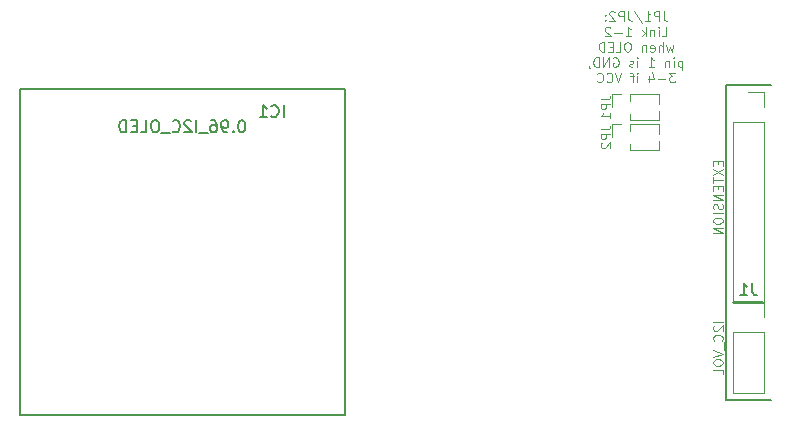
<source format=gbo>
G04 #@! TF.GenerationSoftware,KiCad,Pcbnew,(5.1.8)-1*
G04 #@! TF.CreationDate,2021-01-16T01:02:15+01:00*
G04 #@! TF.ProjectId,8bitWave Faceplate A2,38626974-5761-4766-9520-46616365706c,rev?*
G04 #@! TF.SameCoordinates,Original*
G04 #@! TF.FileFunction,Legend,Bot*
G04 #@! TF.FilePolarity,Positive*
%FSLAX46Y46*%
G04 Gerber Fmt 4.6, Leading zero omitted, Abs format (unit mm)*
G04 Created by KiCad (PCBNEW (5.1.8)-1) date 2021-01-16 01:02:15*
%MOMM*%
%LPD*%
G01*
G04 APERTURE LIST*
%ADD10C,0.100000*%
%ADD11C,0.200000*%
%ADD12C,0.150000*%
%ADD13C,0.120000*%
G04 APERTURE END LIST*
D10*
X161111904Y-87131904D02*
X161111904Y-87703333D01*
X161150000Y-87817619D01*
X161226190Y-87893809D01*
X161340476Y-87931904D01*
X161416666Y-87931904D01*
X160730952Y-87931904D02*
X160730952Y-87131904D01*
X160426190Y-87131904D01*
X160350000Y-87170000D01*
X160311904Y-87208095D01*
X160273809Y-87284285D01*
X160273809Y-87398571D01*
X160311904Y-87474761D01*
X160350000Y-87512857D01*
X160426190Y-87550952D01*
X160730952Y-87550952D01*
X159511904Y-87931904D02*
X159969047Y-87931904D01*
X159740476Y-87931904D02*
X159740476Y-87131904D01*
X159816666Y-87246190D01*
X159892857Y-87322380D01*
X159969047Y-87360476D01*
X158597619Y-87093809D02*
X159283333Y-88122380D01*
X158102380Y-87131904D02*
X158102380Y-87703333D01*
X158140476Y-87817619D01*
X158216666Y-87893809D01*
X158330952Y-87931904D01*
X158407142Y-87931904D01*
X157721428Y-87931904D02*
X157721428Y-87131904D01*
X157416666Y-87131904D01*
X157340476Y-87170000D01*
X157302380Y-87208095D01*
X157264285Y-87284285D01*
X157264285Y-87398571D01*
X157302380Y-87474761D01*
X157340476Y-87512857D01*
X157416666Y-87550952D01*
X157721428Y-87550952D01*
X156959523Y-87208095D02*
X156921428Y-87170000D01*
X156845238Y-87131904D01*
X156654761Y-87131904D01*
X156578571Y-87170000D01*
X156540476Y-87208095D01*
X156502380Y-87284285D01*
X156502380Y-87360476D01*
X156540476Y-87474761D01*
X156997619Y-87931904D01*
X156502380Y-87931904D01*
X156159523Y-87855714D02*
X156121428Y-87893809D01*
X156159523Y-87931904D01*
X156197619Y-87893809D01*
X156159523Y-87855714D01*
X156159523Y-87931904D01*
X156159523Y-87436666D02*
X156121428Y-87474761D01*
X156159523Y-87512857D01*
X156197619Y-87474761D01*
X156159523Y-87436666D01*
X156159523Y-87512857D01*
X160940476Y-89231904D02*
X161321428Y-89231904D01*
X161321428Y-88431904D01*
X160673809Y-89231904D02*
X160673809Y-88698571D01*
X160673809Y-88431904D02*
X160711904Y-88470000D01*
X160673809Y-88508095D01*
X160635714Y-88470000D01*
X160673809Y-88431904D01*
X160673809Y-88508095D01*
X160292857Y-88698571D02*
X160292857Y-89231904D01*
X160292857Y-88774761D02*
X160254761Y-88736666D01*
X160178571Y-88698571D01*
X160064285Y-88698571D01*
X159988095Y-88736666D01*
X159950000Y-88812857D01*
X159950000Y-89231904D01*
X159569047Y-89231904D02*
X159569047Y-88431904D01*
X159492857Y-88927142D02*
X159264285Y-89231904D01*
X159264285Y-88698571D02*
X159569047Y-89003333D01*
X157892857Y-89231904D02*
X158350000Y-89231904D01*
X158121428Y-89231904D02*
X158121428Y-88431904D01*
X158197619Y-88546190D01*
X158273809Y-88622380D01*
X158350000Y-88660476D01*
X157550000Y-88927142D02*
X156940476Y-88927142D01*
X156597619Y-88508095D02*
X156559523Y-88470000D01*
X156483333Y-88431904D01*
X156292857Y-88431904D01*
X156216666Y-88470000D01*
X156178571Y-88508095D01*
X156140476Y-88584285D01*
X156140476Y-88660476D01*
X156178571Y-88774761D01*
X156635714Y-89231904D01*
X156140476Y-89231904D01*
X161930952Y-89998571D02*
X161778571Y-90531904D01*
X161626190Y-90150952D01*
X161473809Y-90531904D01*
X161321428Y-89998571D01*
X161016666Y-90531904D02*
X161016666Y-89731904D01*
X160673809Y-90531904D02*
X160673809Y-90112857D01*
X160711904Y-90036666D01*
X160788095Y-89998571D01*
X160902380Y-89998571D01*
X160978571Y-90036666D01*
X161016666Y-90074761D01*
X159988095Y-90493809D02*
X160064285Y-90531904D01*
X160216666Y-90531904D01*
X160292857Y-90493809D01*
X160330952Y-90417619D01*
X160330952Y-90112857D01*
X160292857Y-90036666D01*
X160216666Y-89998571D01*
X160064285Y-89998571D01*
X159988095Y-90036666D01*
X159950000Y-90112857D01*
X159950000Y-90189047D01*
X160330952Y-90265238D01*
X159607142Y-89998571D02*
X159607142Y-90531904D01*
X159607142Y-90074761D02*
X159569047Y-90036666D01*
X159492857Y-89998571D01*
X159378571Y-89998571D01*
X159302380Y-90036666D01*
X159264285Y-90112857D01*
X159264285Y-90531904D01*
X158121428Y-89731904D02*
X157969047Y-89731904D01*
X157892857Y-89770000D01*
X157816666Y-89846190D01*
X157778571Y-89998571D01*
X157778571Y-90265238D01*
X157816666Y-90417619D01*
X157892857Y-90493809D01*
X157969047Y-90531904D01*
X158121428Y-90531904D01*
X158197619Y-90493809D01*
X158273809Y-90417619D01*
X158311904Y-90265238D01*
X158311904Y-89998571D01*
X158273809Y-89846190D01*
X158197619Y-89770000D01*
X158121428Y-89731904D01*
X157054761Y-90531904D02*
X157435714Y-90531904D01*
X157435714Y-89731904D01*
X156788095Y-90112857D02*
X156521428Y-90112857D01*
X156407142Y-90531904D02*
X156788095Y-90531904D01*
X156788095Y-89731904D01*
X156407142Y-89731904D01*
X156064285Y-90531904D02*
X156064285Y-89731904D01*
X155873809Y-89731904D01*
X155759523Y-89770000D01*
X155683333Y-89846190D01*
X155645238Y-89922380D01*
X155607142Y-90074761D01*
X155607142Y-90189047D01*
X155645238Y-90341428D01*
X155683333Y-90417619D01*
X155759523Y-90493809D01*
X155873809Y-90531904D01*
X156064285Y-90531904D01*
X162692857Y-91298571D02*
X162692857Y-92098571D01*
X162692857Y-91336666D02*
X162616666Y-91298571D01*
X162464285Y-91298571D01*
X162388095Y-91336666D01*
X162350000Y-91374761D01*
X162311904Y-91450952D01*
X162311904Y-91679523D01*
X162350000Y-91755714D01*
X162388095Y-91793809D01*
X162464285Y-91831904D01*
X162616666Y-91831904D01*
X162692857Y-91793809D01*
X161969047Y-91831904D02*
X161969047Y-91298571D01*
X161969047Y-91031904D02*
X162007142Y-91070000D01*
X161969047Y-91108095D01*
X161930952Y-91070000D01*
X161969047Y-91031904D01*
X161969047Y-91108095D01*
X161588095Y-91298571D02*
X161588095Y-91831904D01*
X161588095Y-91374761D02*
X161550000Y-91336666D01*
X161473809Y-91298571D01*
X161359523Y-91298571D01*
X161283333Y-91336666D01*
X161245238Y-91412857D01*
X161245238Y-91831904D01*
X159835714Y-91831904D02*
X160292857Y-91831904D01*
X160064285Y-91831904D02*
X160064285Y-91031904D01*
X160140476Y-91146190D01*
X160216666Y-91222380D01*
X160292857Y-91260476D01*
X158883333Y-91831904D02*
X158883333Y-91298571D01*
X158883333Y-91031904D02*
X158921428Y-91070000D01*
X158883333Y-91108095D01*
X158845238Y-91070000D01*
X158883333Y-91031904D01*
X158883333Y-91108095D01*
X158540476Y-91793809D02*
X158464285Y-91831904D01*
X158311904Y-91831904D01*
X158235714Y-91793809D01*
X158197619Y-91717619D01*
X158197619Y-91679523D01*
X158235714Y-91603333D01*
X158311904Y-91565238D01*
X158426190Y-91565238D01*
X158502380Y-91527142D01*
X158540476Y-91450952D01*
X158540476Y-91412857D01*
X158502380Y-91336666D01*
X158426190Y-91298571D01*
X158311904Y-91298571D01*
X158235714Y-91336666D01*
X156826190Y-91070000D02*
X156902380Y-91031904D01*
X157016666Y-91031904D01*
X157130952Y-91070000D01*
X157207142Y-91146190D01*
X157245238Y-91222380D01*
X157283333Y-91374761D01*
X157283333Y-91489047D01*
X157245238Y-91641428D01*
X157207142Y-91717619D01*
X157130952Y-91793809D01*
X157016666Y-91831904D01*
X156940476Y-91831904D01*
X156826190Y-91793809D01*
X156788095Y-91755714D01*
X156788095Y-91489047D01*
X156940476Y-91489047D01*
X156445238Y-91831904D02*
X156445238Y-91031904D01*
X155988095Y-91831904D01*
X155988095Y-91031904D01*
X155607142Y-91831904D02*
X155607142Y-91031904D01*
X155416666Y-91031904D01*
X155302380Y-91070000D01*
X155226190Y-91146190D01*
X155188095Y-91222380D01*
X155150000Y-91374761D01*
X155150000Y-91489047D01*
X155188095Y-91641428D01*
X155226190Y-91717619D01*
X155302380Y-91793809D01*
X155416666Y-91831904D01*
X155607142Y-91831904D01*
X154769047Y-91793809D02*
X154769047Y-91831904D01*
X154807142Y-91908095D01*
X154845238Y-91946190D01*
X162064285Y-92331904D02*
X161569047Y-92331904D01*
X161835714Y-92636666D01*
X161721428Y-92636666D01*
X161645238Y-92674761D01*
X161607142Y-92712857D01*
X161569047Y-92789047D01*
X161569047Y-92979523D01*
X161607142Y-93055714D01*
X161645238Y-93093809D01*
X161721428Y-93131904D01*
X161950000Y-93131904D01*
X162026190Y-93093809D01*
X162064285Y-93055714D01*
X161226190Y-92827142D02*
X160616666Y-92827142D01*
X159892857Y-92598571D02*
X159892857Y-93131904D01*
X160083333Y-92293809D02*
X160273809Y-92865238D01*
X159778571Y-92865238D01*
X158864285Y-93131904D02*
X158864285Y-92598571D01*
X158864285Y-92331904D02*
X158902380Y-92370000D01*
X158864285Y-92408095D01*
X158826190Y-92370000D01*
X158864285Y-92331904D01*
X158864285Y-92408095D01*
X158597619Y-92598571D02*
X158292857Y-92598571D01*
X158483333Y-93131904D02*
X158483333Y-92446190D01*
X158445238Y-92370000D01*
X158369047Y-92331904D01*
X158292857Y-92331904D01*
X157530952Y-92331904D02*
X157264285Y-93131904D01*
X156997619Y-92331904D01*
X156273809Y-93055714D02*
X156311904Y-93093809D01*
X156426190Y-93131904D01*
X156502380Y-93131904D01*
X156616666Y-93093809D01*
X156692857Y-93017619D01*
X156730952Y-92941428D01*
X156769047Y-92789047D01*
X156769047Y-92674761D01*
X156730952Y-92522380D01*
X156692857Y-92446190D01*
X156616666Y-92370000D01*
X156502380Y-92331904D01*
X156426190Y-92331904D01*
X156311904Y-92370000D01*
X156273809Y-92408095D01*
X155473809Y-93055714D02*
X155511904Y-93093809D01*
X155626190Y-93131904D01*
X155702380Y-93131904D01*
X155816666Y-93093809D01*
X155892857Y-93017619D01*
X155930952Y-92941428D01*
X155969047Y-92789047D01*
X155969047Y-92674761D01*
X155930952Y-92522380D01*
X155892857Y-92446190D01*
X155816666Y-92370000D01*
X155702380Y-92331904D01*
X155626190Y-92331904D01*
X155511904Y-92370000D01*
X155473809Y-92408095D01*
D11*
X166370000Y-93345000D02*
X170180000Y-93345000D01*
X166370000Y-120015000D02*
X166370000Y-93345000D01*
X167005000Y-111760000D02*
X169545000Y-111760000D01*
X170180000Y-120015000D02*
X166370000Y-120015000D01*
D12*
X106585000Y-93700000D02*
X134085000Y-93700000D01*
X106585000Y-93700000D02*
X106585000Y-121300000D01*
X106585000Y-121300000D02*
X134085000Y-121300000D01*
X134085000Y-121300000D02*
X134085000Y-93700000D01*
D13*
X169605000Y-93920000D02*
X168275000Y-93920000D01*
X169605000Y-95250000D02*
X169605000Y-93920000D01*
X169605000Y-96520000D02*
X166945000Y-96520000D01*
X166945000Y-96520000D02*
X166945000Y-111820000D01*
X169605000Y-96520000D02*
X169605000Y-111820000D01*
X169605000Y-111820000D02*
X166945000Y-111820000D01*
X169605000Y-111700000D02*
X168275000Y-111700000D01*
X169605000Y-113030000D02*
X169605000Y-111700000D01*
X169605000Y-114300000D02*
X166945000Y-114300000D01*
X166945000Y-114300000D02*
X166945000Y-119440000D01*
X169605000Y-114300000D02*
X169605000Y-119440000D01*
X169605000Y-119440000D02*
X166945000Y-119440000D01*
X160715000Y-94140000D02*
X160715000Y-94942470D01*
X160715000Y-95557530D02*
X160715000Y-96360000D01*
X158240000Y-94140000D02*
X160715000Y-94140000D01*
X158240000Y-96360000D02*
X160715000Y-96360000D01*
X158240000Y-94140000D02*
X158240000Y-94686529D01*
X158240000Y-95813471D02*
X158240000Y-96360000D01*
X157480000Y-94140000D02*
X156720000Y-94140000D01*
X156720000Y-94140000D02*
X156720000Y-95250000D01*
X156720000Y-96680000D02*
X156720000Y-97790000D01*
X157480000Y-96680000D02*
X156720000Y-96680000D01*
X158240000Y-98353471D02*
X158240000Y-98900000D01*
X158240000Y-96680000D02*
X158240000Y-97226529D01*
X158240000Y-98900000D02*
X160715000Y-98900000D01*
X158240000Y-96680000D02*
X160715000Y-96680000D01*
X160715000Y-98097530D02*
X160715000Y-98900000D01*
X160715000Y-96680000D02*
X160715000Y-97482470D01*
D12*
X128931190Y-96087380D02*
X128931190Y-95087380D01*
X127883571Y-95992142D02*
X127931190Y-96039761D01*
X128074047Y-96087380D01*
X128169285Y-96087380D01*
X128312142Y-96039761D01*
X128407380Y-95944523D01*
X128455000Y-95849285D01*
X128502619Y-95658809D01*
X128502619Y-95515952D01*
X128455000Y-95325476D01*
X128407380Y-95230238D01*
X128312142Y-95135000D01*
X128169285Y-95087380D01*
X128074047Y-95087380D01*
X127931190Y-95135000D01*
X127883571Y-95182619D01*
X126931190Y-96087380D02*
X127502619Y-96087380D01*
X127216904Y-96087380D02*
X127216904Y-95087380D01*
X127312142Y-95230238D01*
X127407380Y-95325476D01*
X127502619Y-95373095D01*
X125430238Y-96357380D02*
X125335000Y-96357380D01*
X125239761Y-96405000D01*
X125192142Y-96452619D01*
X125144523Y-96547857D01*
X125096904Y-96738333D01*
X125096904Y-96976428D01*
X125144523Y-97166904D01*
X125192142Y-97262142D01*
X125239761Y-97309761D01*
X125335000Y-97357380D01*
X125430238Y-97357380D01*
X125525476Y-97309761D01*
X125573095Y-97262142D01*
X125620714Y-97166904D01*
X125668333Y-96976428D01*
X125668333Y-96738333D01*
X125620714Y-96547857D01*
X125573095Y-96452619D01*
X125525476Y-96405000D01*
X125430238Y-96357380D01*
X124668333Y-97262142D02*
X124620714Y-97309761D01*
X124668333Y-97357380D01*
X124715952Y-97309761D01*
X124668333Y-97262142D01*
X124668333Y-97357380D01*
X124144523Y-97357380D02*
X123954047Y-97357380D01*
X123858809Y-97309761D01*
X123811190Y-97262142D01*
X123715952Y-97119285D01*
X123668333Y-96928809D01*
X123668333Y-96547857D01*
X123715952Y-96452619D01*
X123763571Y-96405000D01*
X123858809Y-96357380D01*
X124049285Y-96357380D01*
X124144523Y-96405000D01*
X124192142Y-96452619D01*
X124239761Y-96547857D01*
X124239761Y-96785952D01*
X124192142Y-96881190D01*
X124144523Y-96928809D01*
X124049285Y-96976428D01*
X123858809Y-96976428D01*
X123763571Y-96928809D01*
X123715952Y-96881190D01*
X123668333Y-96785952D01*
X122811190Y-96357380D02*
X123001666Y-96357380D01*
X123096904Y-96405000D01*
X123144523Y-96452619D01*
X123239761Y-96595476D01*
X123287380Y-96785952D01*
X123287380Y-97166904D01*
X123239761Y-97262142D01*
X123192142Y-97309761D01*
X123096904Y-97357380D01*
X122906428Y-97357380D01*
X122811190Y-97309761D01*
X122763571Y-97262142D01*
X122715952Y-97166904D01*
X122715952Y-96928809D01*
X122763571Y-96833571D01*
X122811190Y-96785952D01*
X122906428Y-96738333D01*
X123096904Y-96738333D01*
X123192142Y-96785952D01*
X123239761Y-96833571D01*
X123287380Y-96928809D01*
X122525476Y-97452619D02*
X121763571Y-97452619D01*
X121525476Y-97357380D02*
X121525476Y-96357380D01*
X121096904Y-96452619D02*
X121049285Y-96405000D01*
X120954047Y-96357380D01*
X120715952Y-96357380D01*
X120620714Y-96405000D01*
X120573095Y-96452619D01*
X120525476Y-96547857D01*
X120525476Y-96643095D01*
X120573095Y-96785952D01*
X121144523Y-97357380D01*
X120525476Y-97357380D01*
X119525476Y-97262142D02*
X119573095Y-97309761D01*
X119715952Y-97357380D01*
X119811190Y-97357380D01*
X119954047Y-97309761D01*
X120049285Y-97214523D01*
X120096904Y-97119285D01*
X120144523Y-96928809D01*
X120144523Y-96785952D01*
X120096904Y-96595476D01*
X120049285Y-96500238D01*
X119954047Y-96405000D01*
X119811190Y-96357380D01*
X119715952Y-96357380D01*
X119573095Y-96405000D01*
X119525476Y-96452619D01*
X119335000Y-97452619D02*
X118573095Y-97452619D01*
X118144523Y-96357380D02*
X117954047Y-96357380D01*
X117858809Y-96405000D01*
X117763571Y-96500238D01*
X117715952Y-96690714D01*
X117715952Y-97024047D01*
X117763571Y-97214523D01*
X117858809Y-97309761D01*
X117954047Y-97357380D01*
X118144523Y-97357380D01*
X118239761Y-97309761D01*
X118335000Y-97214523D01*
X118382619Y-97024047D01*
X118382619Y-96690714D01*
X118335000Y-96500238D01*
X118239761Y-96405000D01*
X118144523Y-96357380D01*
X116811190Y-97357380D02*
X117287380Y-97357380D01*
X117287380Y-96357380D01*
X116477857Y-96833571D02*
X116144523Y-96833571D01*
X116001666Y-97357380D02*
X116477857Y-97357380D01*
X116477857Y-96357380D01*
X116001666Y-96357380D01*
X115573095Y-97357380D02*
X115573095Y-96357380D01*
X115335000Y-96357380D01*
X115192142Y-96405000D01*
X115096904Y-96500238D01*
X115049285Y-96595476D01*
X115001666Y-96785952D01*
X115001666Y-96928809D01*
X115049285Y-97119285D01*
X115096904Y-97214523D01*
X115192142Y-97309761D01*
X115335000Y-97357380D01*
X115573095Y-97357380D01*
D10*
X165677857Y-99822380D02*
X165677857Y-100089047D01*
X166096904Y-100203333D02*
X166096904Y-99822380D01*
X165296904Y-99822380D01*
X165296904Y-100203333D01*
X165296904Y-100470000D02*
X166096904Y-101003333D01*
X165296904Y-101003333D02*
X166096904Y-100470000D01*
X165296904Y-101193809D02*
X165296904Y-101650952D01*
X166096904Y-101422380D02*
X165296904Y-101422380D01*
X165677857Y-101917619D02*
X165677857Y-102184285D01*
X166096904Y-102298571D02*
X166096904Y-101917619D01*
X165296904Y-101917619D01*
X165296904Y-102298571D01*
X166096904Y-102641428D02*
X165296904Y-102641428D01*
X166096904Y-103098571D01*
X165296904Y-103098571D01*
X166058809Y-103441428D02*
X166096904Y-103555714D01*
X166096904Y-103746190D01*
X166058809Y-103822380D01*
X166020714Y-103860476D01*
X165944523Y-103898571D01*
X165868333Y-103898571D01*
X165792142Y-103860476D01*
X165754047Y-103822380D01*
X165715952Y-103746190D01*
X165677857Y-103593809D01*
X165639761Y-103517619D01*
X165601666Y-103479523D01*
X165525476Y-103441428D01*
X165449285Y-103441428D01*
X165373095Y-103479523D01*
X165335000Y-103517619D01*
X165296904Y-103593809D01*
X165296904Y-103784285D01*
X165335000Y-103898571D01*
X166096904Y-104241428D02*
X165296904Y-104241428D01*
X165296904Y-104774761D02*
X165296904Y-104927142D01*
X165335000Y-105003333D01*
X165411190Y-105079523D01*
X165563571Y-105117619D01*
X165830238Y-105117619D01*
X165982619Y-105079523D01*
X166058809Y-105003333D01*
X166096904Y-104927142D01*
X166096904Y-104774761D01*
X166058809Y-104698571D01*
X165982619Y-104622380D01*
X165830238Y-104584285D01*
X165563571Y-104584285D01*
X165411190Y-104622380D01*
X165335000Y-104698571D01*
X165296904Y-104774761D01*
X166096904Y-105460476D02*
X165296904Y-105460476D01*
X166096904Y-105917619D01*
X165296904Y-105917619D01*
D12*
X168608333Y-110152380D02*
X168608333Y-110866666D01*
X168655952Y-111009523D01*
X168751190Y-111104761D01*
X168894047Y-111152380D01*
X168989285Y-111152380D01*
X167608333Y-111152380D02*
X168179761Y-111152380D01*
X167894047Y-111152380D02*
X167894047Y-110152380D01*
X167989285Y-110295238D01*
X168084523Y-110390476D01*
X168179761Y-110438095D01*
D10*
X166096904Y-113398571D02*
X165296904Y-113398571D01*
X165373095Y-113741428D02*
X165335000Y-113779523D01*
X165296904Y-113855714D01*
X165296904Y-114046190D01*
X165335000Y-114122380D01*
X165373095Y-114160476D01*
X165449285Y-114198571D01*
X165525476Y-114198571D01*
X165639761Y-114160476D01*
X166096904Y-113703333D01*
X166096904Y-114198571D01*
X166020714Y-114998571D02*
X166058809Y-114960476D01*
X166096904Y-114846190D01*
X166096904Y-114770000D01*
X166058809Y-114655714D01*
X165982619Y-114579523D01*
X165906428Y-114541428D01*
X165754047Y-114503333D01*
X165639761Y-114503333D01*
X165487380Y-114541428D01*
X165411190Y-114579523D01*
X165335000Y-114655714D01*
X165296904Y-114770000D01*
X165296904Y-114846190D01*
X165335000Y-114960476D01*
X165373095Y-114998571D01*
X166173095Y-115150952D02*
X166173095Y-115760476D01*
X165296904Y-115836666D02*
X166096904Y-116103333D01*
X165296904Y-116370000D01*
X165296904Y-116789047D02*
X165296904Y-116941428D01*
X165335000Y-117017619D01*
X165411190Y-117093809D01*
X165563571Y-117131904D01*
X165830238Y-117131904D01*
X165982619Y-117093809D01*
X166058809Y-117017619D01*
X166096904Y-116941428D01*
X166096904Y-116789047D01*
X166058809Y-116712857D01*
X165982619Y-116636666D01*
X165830238Y-116598571D01*
X165563571Y-116598571D01*
X165411190Y-116636666D01*
X165335000Y-116712857D01*
X165296904Y-116789047D01*
X166096904Y-117855714D02*
X166096904Y-117474761D01*
X165296904Y-117474761D01*
X155771904Y-94583333D02*
X156343333Y-94583333D01*
X156457619Y-94545238D01*
X156533809Y-94469047D01*
X156571904Y-94354761D01*
X156571904Y-94278571D01*
X156571904Y-94964285D02*
X155771904Y-94964285D01*
X155771904Y-95269047D01*
X155810000Y-95345238D01*
X155848095Y-95383333D01*
X155924285Y-95421428D01*
X156038571Y-95421428D01*
X156114761Y-95383333D01*
X156152857Y-95345238D01*
X156190952Y-95269047D01*
X156190952Y-94964285D01*
X156571904Y-96183333D02*
X156571904Y-95726190D01*
X156571904Y-95954761D02*
X155771904Y-95954761D01*
X155886190Y-95878571D01*
X155962380Y-95802380D01*
X156000476Y-95726190D01*
X155771904Y-97123333D02*
X156343333Y-97123333D01*
X156457619Y-97085238D01*
X156533809Y-97009047D01*
X156571904Y-96894761D01*
X156571904Y-96818571D01*
X156571904Y-97504285D02*
X155771904Y-97504285D01*
X155771904Y-97809047D01*
X155810000Y-97885238D01*
X155848095Y-97923333D01*
X155924285Y-97961428D01*
X156038571Y-97961428D01*
X156114761Y-97923333D01*
X156152857Y-97885238D01*
X156190952Y-97809047D01*
X156190952Y-97504285D01*
X155848095Y-98266190D02*
X155810000Y-98304285D01*
X155771904Y-98380476D01*
X155771904Y-98570952D01*
X155810000Y-98647142D01*
X155848095Y-98685238D01*
X155924285Y-98723333D01*
X156000476Y-98723333D01*
X156114761Y-98685238D01*
X156571904Y-98228095D01*
X156571904Y-98723333D01*
M02*

</source>
